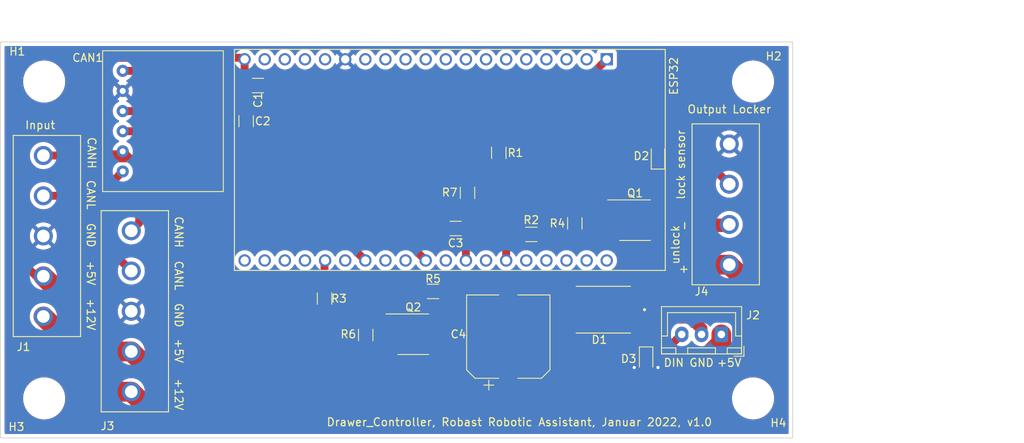
<source format=kicad_pcb>
(kicad_pcb (version 20211014) (generator pcbnew)
  (layers (0 "F.Cu" signal) (31 "B.Cu" signal) (34 "B.Paste" user) (35 "F.Paste" user) (36 "B.SilkS" user "B.Silkscreen") (37 "F.SilkS" user "F.Silkscreen") (38 "B.Mask" user) (39 "F.Mask" user) (44 "Edge.Cuts" user))
  (net 0 "")
  (net 1 "+5V")
  (net 2 "GND")
  (net 3 "Net-(CAN1-Pad3)")
  (net 4 "Net-(CAN1-Pad4)")
  (net 5 "CANH")
  (net 6 "CANL")
  (net 7 "+3V3")
  (net 8 "Net-(D1-PadA)")
  (net 9 "+12V")
  (net 10 "Net-(Q1-Pad4)")
  (net 40 "Net-(R2-Pad1)")
  (net 41 "Net-(C3-Pad1)")
  (net 42 "Net-(D2-Pad1)")
  (net 43 "Net-(D3-Pad1)")
  (net 44 "Net-(J2-Pad2)")
  (net 45 "Net-(R3-Pad1)")
  (net 46 "Net-(Q2-Pad4)")
  (net 47 "Net-(R5-Pad1)")
  (footprint "Resistor_SMD:R_1206_3216Metric_Pad1.30x1.75mm_HandSolder" (layer "F.Cu") (at 148.6 137 90)
    (fp_text reference "R6" (at 0.1 -2.2 180) (layer "F.SilkS"))
    (fp_text value "100k")
    (fp_line (start -0.727064 0.91) (end 0.727064 0.91) (layer "F.SilkS") (width 0.12))
    (fp_line (start -0.727064 -0.91) (end 0.727064 -0.91) (layer "F.SilkS") (width 0.12))
    (pad "1" smd roundrect (at -1.55 0 90) (size 1.3 1.75) (layers "F.Cu" "F.Paste" "F.Mask") (roundrect_rratio 0.192308) (net 46 "Net-(Q2-Pad4)"))
    (pad "2" smd roundrect (at 1.55 0 90) (size 1.3 1.75) (layers "F.Cu" "F.Paste" "F.Mask") (roundrect_rratio 0.192308) (net 2 "GND"))
  )
  (footprint "Package_SO:SOIC-8_3.9x4.9mm_P1.27mm" (layer "F.Cu") (at 182.6 122.5)
    (fp_text reference "Q1" (at 0 -3.4) (layer "F.SilkS"))
    (fp_text value "IRF7401")
    (fp_line (start 0 2.56) (end -1.95 2.56) (layer "F.SilkS") (width 0.12))
    (fp_line (start 0 -2.56) (end 1.95 -2.56) (layer "F.SilkS") (width 0.12))
    (fp_line (start 0 -2.56) (end -3.45 -2.56) (layer "F.SilkS") (width 0.12))
    (fp_line (start 0 2.56) (end 1.95 2.56) (layer "F.SilkS") (width 0.12))
    (pad "1" smd roundrect (at -2.475 -1.905) (size 1.95 0.6) (layers "F.Cu" "F.Paste" "F.Mask") (net 2 "GND"))
    (pad "2" smd roundrect (at -2.475 -0.635) (size 1.95 0.6) (layers "F.Cu" "F.Paste" "F.Mask") (net 2 "GND"))
    (pad "3" smd roundrect (at -2.475 0.635) (size 1.95 0.6) (layers "F.Cu" "F.Paste" "F.Mask") (net 2 "GND"))
    (pad "4" smd roundrect (at -2.475 1.905) (size 1.95 0.6) (layers "F.Cu" "F.Paste" "F.Mask") (net 10 "Net-(Q1-Pad4)"))
    (pad "5" smd roundrect (at 2.475 1.905) (size 1.95 0.6) (layers "F.Cu" "F.Paste" "F.Mask") (net 8 "Net-(D1-PadA)"))
    (pad "6" smd roundrect (at 2.475 0.635) (size 1.95 0.6) (layers "F.Cu" "F.Paste" "F.Mask") (net 8 "Net-(D1-PadA)"))
    (pad "7" smd roundrect (at 2.475 -0.635) (size 1.95 0.6) (layers "F.Cu" "F.Paste" "F.Mask") (net 8 "Net-(D1-PadA)"))
    (pad "8" smd roundrect (at 2.475 -1.905) (size 1.95 0.6) (layers "F.Cu" "F.Paste" "F.Mask") (net 8 "Net-(D1-PadA)"))
  )
  (footprint "5 Position Terminal Block Header, Male, vertical:phoenix_5Pin_TerminalBlockHeader_male_vertical" (layer "F.Cu") (at 107.9 124.5 90)
    (fp_text reference "J1" (at -14 -2.5 180) (layer "F.SilkS"))
    (fp_text value "691311500005")
    (fp_line (start -12.7 4.7) (end 12.7 4.7) (layer "F.SilkS") (width 0.127))
    (fp_line (start 12.7 4.7) (end 12.7 -3.8) (layer "F.SilkS") (width 0.127))
    (fp_line (start 12.7 -3.8) (end -12.7 -3.8) (layer "F.SilkS") (width 0.127))
    (fp_line (start -12.7 -3.8) (end -12.7 4.7) (layer "F.SilkS") (width 0.127))
    (pad "1" thru_hole circle locked (at -10.16 0 90) (size 2.4 2.4) (drill 1.6) (layers *.Cu *.Mask) (net 9 "+12V"))
    (pad "2" thru_hole circle locked (at -5.08 0 90) (size 2.4 2.4) (drill 1.6) (layers *.Cu *.Mask) (net 1 "+5V"))
    (pad "3" thru_hole circle locked (at 0 0 90) (size 2.4 2.4) (drill 1.6) (layers *.Cu *.Mask) (net 2 "GND"))
    (pad "4" thru_hole circle locked (at 5.08 0 90) (size 2.4 2.4) (drill 1.6) (layers *.Cu *.Mask) (net 6 "CANL"))
    (pad "5" thru_hole circle locked (at 10.16 0 90) (size 2.4 2.4) (drill 1.6) (layers *.Cu *.Mask) (net 5 "CANH"))
  )
  (footprint "SN65HVD230_Module:SN65HSV230_Module" (layer "F.Cu") (at 117.92 103.65 -90)
    (fp_text reference "CAN1" (at -1.65 4.42 unlocked) (layer "F.SilkS"))
    (fp_text value "SN65HVD230_Module")
    (fp_rect (start -2.54 2.54) (end 15.24 -12.7) (layer "F.SilkS") (width 0.12) (fill none))
    (pad "1" thru_hole circle (at 0 0 270) (size 1.524 1.524) (drill 0.762) (layers *.Cu *.Mask) (net 7 "+3V3"))
    (pad "2" thru_hole circle (at 2.54 0 270) (size 1.524 1.524) (drill 0.762) (layers *.Cu *.Mask) (net 2 "GND"))
    (pad "3" thru_hole circle (at 5.08 0 270) (size 1.524 1.524) (drill 0.762) (layers *.Cu *.Mask) (net 3 "Net-(CAN1-Pad3)"))
    (pad "4" thru_hole circle (at 7.62 0 270) (size 1.524 1.524) (drill 0.762) (layers *.Cu *.Mask) (net 4 "Net-(CAN1-Pad4)"))
    (pad "5" thru_hole circle (at 10.16 0 270) (size 1.524 1.524) (drill 0.762) (layers *.Cu *.Mask) (net 5 "CANH"))
    (pad "6" thru_hole circle (at 12.7 0 270) (size 1.524 1.524) (drill 0.762) (layers *.Cu *.Mask) (net 6 "CANL"))
  )
  (footprint "Resistor_SMD:R_1206_3216Metric_Pad1.30x1.75mm_HandSolder" (layer "F.Cu") (at 169.5 124.3)
    (fp_text reference "R2" (at 0 -1.82) (layer "F.SilkS"))
    (fp_text value "100")
    (fp_line (start -0.727064 0.91) (end 0.727064 0.91) (layer "F.SilkS") (width 0.12))
    (fp_line (start -0.727064 -0.91) (end 0.727064 -0.91) (layer "F.SilkS") (width 0.12))
    (pad "1" smd roundrect (at -1.55 0) (size 1.3 1.75) (layers "F.Cu" "F.Paste" "F.Mask") (roundrect_rratio 0.192308) (net 40 "Net-(R2-Pad1)"))
    (pad "2" smd roundrect (at 1.55 0) (size 1.3 1.75) (layers "F.Cu" "F.Paste" "F.Mask") (roundrect_rratio 0.192308) (net 10 "Net-(Q1-Pad4)"))
  )
  (footprint "Package_SO:SOIC-8_3.9x4.9mm_P1.27mm" (layer "F.Cu") (at 154.6 136.9)
    (fp_text reference "Q2" (at 0 -3.4) (layer "F.SilkS"))
    (fp_text value "IRF7401")
    (fp_line (start 0 -2.56) (end 1.95 -2.56) (layer "F.SilkS") (width 0.12))
    (fp_line (start 0 2.56) (end -1.95 2.56) (layer "F.SilkS") (width 0.12))
    (fp_line (start 0 2.56) (end 1.95 2.56) (layer "F.SilkS") (width 0.12))
    (fp_line (start 0 -2.56) (end -3.45 -2.56) (layer "F.SilkS") (width 0.12))
    (pad "1" smd roundrect (at -2.475 -1.905) (size 1.95 0.6) (layers "F.Cu" "F.Paste" "F.Mask") (net 2 "GND"))
    (pad "2" smd roundrect (at -2.475 -0.635) (size 1.95 0.6) (layers "F.Cu" "F.Paste" "F.Mask") (net 2 "GND"))
    (pad "3" smd roundrect (at -2.475 0.635) (size 1.95 0.6) (layers "F.Cu" "F.Paste" "F.Mask") (net 2 "GND"))
    (pad "4" smd roundrect (at -2.475 1.905) (size 1.95 0.6) (layers "F.Cu" "F.Paste" "F.Mask") (net 46 "Net-(Q2-Pad4)"))
    (pad "5" smd roundrect (at 2.475 1.905) (size 1.95 0.6) (layers "F.Cu" "F.Paste" "F.Mask") (net 44 "Net-(J2-Pad2)"))
    (pad "6" smd roundrect (at 2.475 0.635) (size 1.95 0.6) (layers "F.Cu" "F.Paste" "F.Mask") (net 44 "Net-(J2-Pad2)"))
    (pad "7" smd roundrect (at 2.475 -0.635) (size 1.95 0.6) (layers "F.Cu" "F.Paste" "F.Mask") (net 44 "Net-(J2-Pad2)"))
    (pad "8" smd roundrect (at 2.475 -1.905) (size 1.95 0.6) (layers "F.Cu" "F.Paste" "F.Mask") (net 44 "Net-(J2-Pad2)"))
  )
  (footprint "Resistor_SMD:R_1206_3216Metric_Pad1.30x1.75mm_HandSolder" (layer "F.Cu") (at 143.4 132.4 -90)
    (fp_text reference "R3" (at 0 -1.82 180) (layer "F.SilkS"))
    (fp_text value "470")
    (fp_line (start -0.727064 0.91) (end 0.727064 0.91) (layer "F.SilkS") (width 0.12))
    (fp_line (start -0.727064 -0.91) (end 0.727064 -0.91) (layer "F.SilkS") (width 0.12))
    (pad "1" smd roundrect (at -1.55 0 270) (size 1.3 1.75) (layers "F.Cu" "F.Paste" "F.Mask") (roundrect_rratio 0.192308) (net 45 "Net-(R3-Pad1)"))
    (pad "2" smd roundrect (at 1.55 0 270) (size 1.3 1.75) (layers "F.Cu" "F.Paste" "F.Mask") (roundrect_rratio 0.192308) (net 43 "Net-(D3-Pad1)"))
  )
  (footprint "MountingHole:MountingHole_4.3mm_M4_ISO7380" (layer "F.Cu") (at 197.5 145)
    (fp_text reference "H4" (at 3.2 3.1) (layer "F.SilkS"))
    (fp_text value "MountingHole")
    (pad "" np_thru_hole circle (at 0 0) (size 4.3 4.3) (drill 4.3) (layers *.Cu *.Mask))
  )
  (footprint "Diode_SMD:D_SOD-323" (layer "F.Cu") (at 185.5 114.55 90)
    (fp_text reference "D2" (at 0.15 -2.1 180) (layer "F.SilkS"))
    (fp_text value "PESD 12VL1BA")
    (fp_line (start -1.5 -0.85) (end -1.5 0.85) (layer "F.SilkS") (width 0.12))
    (fp_line (start -1.5 -0.85) (end 1.05 -0.85) (layer "F.SilkS") (width 0.12))
    (fp_line (start -1.5 0.85) (end 1.05 0.85) (layer "F.SilkS") (width 0.12))
    (pad "1" smd rect (at -1.05 0 90) (size 0.6 0.45) (layers "F.Cu" "F.Paste" "F.Mask") (net 42 "Net-(D2-Pad1)"))
    (pad "2" smd rect (at 1.05 0 90) (size 0.6 0.45) (layers "F.Cu" "F.Paste" "F.Mask") (net 2 "GND"))
  )
  (footprint "Resistor_SMD:R_1206_3216Metric_Pad1.30x1.75mm_HandSolder" (layer "F.Cu") (at 157.1 131.5 180)
    (fp_text reference "R5" (at 0 1.6) (layer "F.SilkS"))
    (fp_text value "1k")
    (fp_line (start -0.727064 0.91) (end 0.727064 0.91) (layer "F.SilkS") (width 0.12))
    (fp_line (start -0.727064 -0.91) (end 0.727064 -0.91) (layer "F.SilkS") (width 0.12))
    (pad "1" smd roundrect (at -1.55 0 180) (size 1.3 1.75) (layers "F.Cu" "F.Paste" "F.Mask") (roundrect_rratio 0.192308) (net 47 "Net-(R5-Pad1)"))
    (pad "2" smd roundrect (at 1.55 0 180) (size 1.3 1.75) (layers "F.Cu" "F.Paste" "F.Mask") (roundrect_rratio 0.192308) (net 46 "Net-(Q2-Pad4)"))
  )
  (footprint "Capacitor_SMD:C_1206_3216Metric_Pad1.33x1.80mm_HandSolder" (layer "F.Cu") (at 135 105.5 180)
    (fp_text reference "C1" (at 0 -1.85 90) (layer "F.SilkS"))
    (fp_text value "10uF")
    (fp_line (start -0.711252 0.91) (end 0.711252 0.91) (layer "F.SilkS") (width 0.12))
    (fp_line (start -0.711252 -0.91) (end 0.711252 -0.91) (layer "F.SilkS") (width 0.12))
    (pad "1" smd roundrect (at -1.5625 0 180) (size 1.325 1.8) (layers "F.Cu" "F.Paste" "F.Mask") (roundrect_rratio 0.188679) (net 2 "GND"))
    (pad "2" smd roundrect (at 1.5625 0 180) (size 1.325 1.8) (layers "F.Cu" "F.Paste" "F.Mask") (roundrect_rratio 0.188679) (net 1 "+5V"))
  )
  (footprint "5 Position Terminal Block Header, Male, vertical:phoenix_5Pin_TerminalBlockHeader_male_vertical" (layer "F.Cu") (at 119 134 90)
    (fp_text reference "J3" (at -14.5 -3 180) (layer "F.SilkS"))
    (fp_text value "691311500005")
    (fp_line (start 12.7 4.7) (end 12.7 -3.8) (layer "F.SilkS") (width 0.127))
    (fp_line (start -12.7 4.7) (end 12.7 4.7) (layer "F.SilkS") (width 0.127))
    (fp_line (start -12.7 -3.8) (end -12.7 4.7) (layer "F.SilkS") (width 0.127))
    (fp_line (start 12.7 -3.8) (end -12.7 -3.8) (layer "F.SilkS") (width 0.127))
    (pad "1" thru_hole circle locked (at -10.16 0 90) (size 2.4 2.4) (drill 1.6) (layers *.Cu *.Mask) (net 9 "+12V"))
    (pad "2" thru_hole circle locked (at -5.08 0 90) (size 2.4 2.4) (drill 1.6) (layers *.Cu *.Mask) (net 1 "+5V"))
    (pad "3" thru_hole circle locked (at 0 0 90) (size 2.4 2.4) (drill 1.6) (layers *.Cu *.Mask) (net 2 "GND"))
    (pad "4" thru_hole circle locked (at 5.08 0 90) (size 2.4 2.4) (drill 1.6) (layers *.Cu *.Mask) (net 6 "CANL"))
    (pad "5" thru_hole circle locked (at 10.16 0 90) (size 2.4 2.4) (drill 1.6) (layers *.Cu *.Mask) (net 5 "CANH"))
  )
  (footprint "Capacitor_SMD:CP_Elec_10x12.6" (layer "F.Cu") (at 166.6 137.2 90)
    (fp_text reference "C4" (at 0.3 -6.3 180) (layer "F.SilkS"))
    (fp_text value "1000uF EEEFK1E102AQ")
    (fp_line (start -6.125 -3.085) (end -6.125 -1.835) (layer "F.SilkS") (width 0.12))
    (fp_line (start 5.26 5.26) (end 5.26 1.21) (layer "F.SilkS") (width 0.12))
    (fp_line (start -4.195563 5.26) (end 5.26 5.26) (layer "F.SilkS") (width 0.12))
    (fp_line (start 5.26 -5.26) (end 5.26 -1.21) (layer "F.SilkS") (width 0.12))
    (fp_line (start -5.26 -4.195563) (end -4.195563 -5.26) (layer "F.SilkS") (width 0.12))
    (fp_line (start -5.26 4.195563) (end -4.195563 5.26) (layer "F.SilkS") (width 0.12))
    (fp_line (start -5.26 -4.195563) (end -5.26 -1.21) (layer "F.SilkS") (width 0.12))
    (fp_line (start -6.75 -2.46) (end -5.5 -2.46) (layer "F.SilkS") (width 0.12))
    (fp_line (start -4.195563 -5.26) (end 5.26 -5.26) (layer "F.SilkS") (width 0.12))
    (fp_line (start -5.26 4.195563) (end -5.26 1.21) (layer "F.SilkS") (width 0.12))
    (pad "1" smd roundrect (at -4.35 0 90) (size 4.4 1.9) (layers "F.Cu" "F.Paste" "F.Mask") (roundrect_rratio 0.131579) (net 1 "+5V"))
    (pad "2" smd roundrect (at 4.35 0 90) (size 4.4 1.9) (layers "F.Cu" "F.Paste" "F.Mask") (roundrect_rratio 0.131579) (net 2 "GND"))
  )
  (footprint "MountingHole:MountingHole_4.3mm_M4_ISO7380" (layer "F.Cu") (at 108 105)
    (fp_text reference "H1" (at -3.4 -3.8) (layer "F.SilkS"))
    (fp_text value "MountingHole")
    (pad "" np_thru_hole circle (at 0 0) (size 4.3 4.3) (drill 4.3) (layers *.Cu *.Mask))
  )
  (footprint "MountingHole:MountingHole_4.3mm_M4_ISO7380" (layer "F.Cu") (at 197.5 105)
    (fp_text reference "H2" (at 2.6 -3.2) (layer "F.SilkS"))
    (fp_text value "MountingHole")
    (pad "" np_thru_hole circle (at 0 0) (size 4.3 4.3) (drill 4.3) (layers *.Cu *.Mask))
  )
  (footprint "Resistor_SMD:R_1206_3216Metric_Pad1.30x1.75mm_HandSolder" (layer "F.Cu") (at 175 122.9 90)
    (fp_text reference "R4" (at 0 -2.2 180) (layer "F.SilkS"))
    (fp_text value "10k")
    (fp_line (start -0.727064 0.91) (end 0.727064 0.91) (layer "F.SilkS") (width 0.12))
    (fp_line (start -0.727064 -0.91) (end 0.727064 -0.91) (layer "F.SilkS") (width 0.12))
    (pad "1" smd roundrect (at -1.55 0 90) (size 1.3 1.75) (layers "F.Cu" "F.Paste" "F.Mask") (roundrect_rratio 0.192308) (net 10 "Net-(Q1-Pad4)"))
    (pad "2" smd roundrect (at 1.55 0 90) (size 1.3 1.75) (layers "F.Cu" "F.Paste" "F.Mask") (roundrect_rratio 0.192308) (net 2 "GND"))
  )
  (footprint "MountingHole:MountingHole_4.3mm_M4_ISO7380" (layer "F.Cu") (at 108 145)
    (fp_text reference "H3" (at -3.5 3.6) (layer "F.SilkS"))
    (fp_text value "MountingHole")
    (pad "" np_thru_hole circle (at 0 0) (size 4.3 4.3) (drill 4.3) (layers *.Cu *.Mask))
  )
  (footprint "Diode_SMD:D_SOD-323" (layer "F.Cu") (at 184 140 -90)
    (fp_text reference "D3" (at 0 2.2 180) (layer "F.SilkS"))
    (fp_text value "PESD 12VL1BA")
    (fp_line (start -1.5 0.85) (end 1.05 0.85) (layer "F.SilkS") (width 0.12))
    (fp_line (start -1.5 -0.85) (end -1.5 0.85) (layer "F.SilkS") (width 0.12))
    (fp_line (start -1.5 -0.85) (end 1.05 -0.85) (layer "F.SilkS") (width 0.12))
    (pad "1" smd rect (at -1.05 0 270) (size 0.6 0.45) (layers "F.Cu" "F.Paste" "F.Mask") (net 43 "Net-(D3-Pad1)"))
    (pad "2" smd rect (at 1.05 0 270) (size 0.6 0.45) (layers "F.Cu" "F.Paste" "F.Mask") (net 2 "GND"))
  )
  (footprint "Capacitor_SMD:C_1206_3216Metric_Pad1.33x1.80mm_HandSolder" (layer "F.Cu") (at 133.5 110 -90)
    (fp_text reference "C2" (at 0 -2.1) (layer "F.SilkS"))
    (fp_text value "10uF")
    (fp_line (start -0.711252 -0.91) (end 0.711252 -0.91) (layer "F.SilkS") (width 0.12))
    (fp_line (start -0.711252 0.91) (end 0.711252 0.91) (layer "F.SilkS") (width 0.12))
    (pad "1" smd roundrect (at -1.5625 0 270) (size 1.325 1.8) (layers "F.Cu" "F.Paste" "F.Mask") (roundrect_rratio 0.188679) (net 7 "+3V3"))
    (pad "2" smd roundrect (at 1.5625 0 270) (size 1.325 1.8) (layers "F.Cu" "F.Paste" "F.Mask") (roundrect_rratio 0.188679) (net 2 "GND"))
  )
  (footprint "ESP32 DevKit:MODULE_ESP32-DEVKITC-32D" (layer "F.Cu") (at 159.27 114.89 -90)
    (fp_text reference "U1" hide)
    (fp_text value "ESP32-DEVKITC-32D")
    (fp_line (start 13.95 -27.15) (end 13.95 27.25) (layer "F.SilkS") (width 0.127))
    (fp_line (start 13.95 27.25) (end -13.95 27.25) (layer "F.SilkS") (width 0.127))
    (fp_line (start -13.95 27.25) (end -13.95 -27.15) (layer "F.SilkS") (width 0.127))
    (fp_line (start -13.95 -27.15) (end 13.95 -27.15) (layer "F.SilkS") (width 0.127))
    (pad "1" thru_hole rect locked (at -12.7 -19.76 270) (size 1.56 1.56) (drill 1.04) (layers *.Cu *.Mask) (net 7 "+3V3"))
    (pad "2" thru_hole circle locked (at -12.7 -17.22 270) (size 1.56 1.56) (drill 1.04) (layers *.Cu *.Mask))
    (pad "3" thru_hole circle locked (at -12.7 -14.68 270) (size 1.56 1.56) (drill 1.04) (layers *.Cu *.Mask))
    (pad "4" thru_hole circle locked (at -12.7 -12.14 270) (size 1.56 1.56) (drill 1.04) (layers *.Cu *.Mask))
    (pad "5" thru_hole circle locked (at -12.7 -9.6 270) (size 1.56 1.56) (drill 1.04) (layers *.Cu *.Mask))
    (pad "6" thru_hole circle locked (at -12.7 -7.06 270) (size 1.56 1.56) (drill 1.04) (layers *.Cu *.Mask))
    (pad "7" thru_hole circle locked (at -12.7 -4.52 270) (size 1.56 1.56) (drill 1.04) (layers *.Cu *.Mask))
    (pad "8" thru_hole circle locked (at -12.7 -1.98 270) (size 1.56 1.56) (drill 1.04) (layers *.Cu *.Mask))
    (pad "9" thru_hole circle locked (at -12.7 0.56 270) (size 1.56 1.56) (drill 1.04) (layers *.Cu *.Mask))
    (pad "10" thru_hole circle locked (at -12.7 3.1 270) (size 1.56 1.56) (drill 1.04) (layers *.Cu *.Mask))
    (pad "11" thru_hole circle locked (at -12.7 5.64 270) (size 1.56 1.56) (drill 1.04) (layers *.Cu *.Mask))
    (pad "12" thru_hole circle locked (at -12.7 8.18 270) (size 1.56 1.56) (drill 1.04) (layers *.Cu *.Mask))
    (pad "13" thru_hole circle locked (at -12.7 10.72 270) (size 1.56 1.56) (drill 1.04) (layers *.Cu *.Mask))
    (pad "14" thru_hole circle locked (at -12.7 13.26 270) (size 1.56 1.56) (drill 1.04) (layers *.Cu *.Mask) (net 2 "GND"))
    (pad "15" thru_hole circle locked (at -12.7 15.8 270) (size 1.56 1.56) (drill 1.04) (layers *.Cu *.Mask))
    (pad "16" thru_hole circle locked (at -12.7 18.34 270) (size 1.56 1.56) (drill 1.04) (layers *.Cu *.Mask))
    (pad "17" thru_hole circle locked (at -12.7 20.88 270) (size 1.56 1.56) (drill 1.04) (layers *.Cu *.Mask))
    (pad "18" thru_hole circle locked (at -12.7 23.42 270) (size 1.56 1.56) (drill 1.04) (layers *.Cu *.Mask))
    (pad "19" thru_hole circle locked (at -12.7 25.96 270) (size 1.56 1.56) (drill 1.04) (layers *.Cu *.Mask) (net 1 "+5V"))
    (pad "20" thru_hole circle locked (at 12.7 -19.76 270) (size 1.56 1.56) (drill 1.04) (layers *.Cu *.Mask))
    (pad "21" thru_hole circle locked (at 12.7 -17.22 270) (size 1.56 1.56) (drill 1.04) (layers *.Cu *.Mask))
    (pad "22" thru_hole circle locked (at 12.7 -14.68 270) (size 1.56 1.56) (drill 1.04) (layers *.Cu *.Mask))
    (pad "23" thru_hole circle locked (at 12.7 -12.14 270) (size 1.56 1.56) (drill 1.04) (layers *.Cu *.Mask))
    (pad "24" thru_hole circle locked (at 12.7 -9.6 270) (size 1.56 1.56) (drill 1.04) (layers *.Cu *.Mask))
    (pad "25" thru_hole circle locked (at 12.7 -7.06 270) (size 1.56 1.56) (drill 1.04) (layers *.Cu *.Mask) (net 40 "Net-(R2-Pad1)"))
    (pad "26" thru_hole circle locked (at 12.7 -4.52 270) (size 1.56 1.56) (drill 1.04) (layers *.Cu *.Mask))
    (pad "27" thru_hole circle locked (at 12.7 -1.98 270) (size 1.56 1.56) (drill 1.04) (layers *.Cu *.Mask) (net 41 "Net-(C3-Pad1)"))
    (pad "28" thru_hole circle locked (at 12.7 0.56 270) (size 1.56 1.56) (drill 1.04) (layers *.Cu *.Mask) (net 47 "Net-(R5-Pad1)"))
    (pad "29" thru_hole circle locked (at 12.7 3.1 270) (size 1.56 1.56) (drill 1.04) (layers *.Cu *.Mask) (net 3 "Net-(CAN1-Pad3)"))
    (pad "30" thru_hole circle locked (at 12.7 5.64 270) (size 1.56 1.56) (drill 1.04) (layers *.Cu *.Mask))
    (pad "31" thru_hole circle locked (at 12.7 8.18 270) (size 1.56 1.56) (drill 1.04) (layers *.Cu *.Mask))
    (pad "32" thru_hole circle locked (at 12.7 10.72 270) (size 1.56 1.56) (drill 1.04) (layers *.Cu *.Mask) (net 4 "Net-(CAN1-Pad4)"))
    (pad "33" thru_hole circle locked (at 12.7 13.26 270) (size 1.56 1.56) (drill 1.04) (layers *.Cu *.Mask))
    (pad "34" thru_hole circle locked (at 12.7 15.8 270) (size 1.56 1.56) (drill 1.04) (layers *.Cu *.Mask) (net 45 "Net-(R3-Pad1)"))
    (pad "35" thru_hole circle locked (at 12.7 18.34 270) (size 1.56 1.56) (drill 1.04) (layers *.Cu *.Mask))
    (pad "36" thru_hole circle locked (at 12.7 20.88 270) (size 1.56 1.56) (drill 1.04) (layers *.Cu *.Mask))
    (pad "37" thru_hole circle locked (at 12.7 23.42 270) (size 1.56 1.56) (drill 1.04) (layers *.Cu *.Mask))
    (pad "38" thru_hole circle locked (at 12.7 25.96 270) (size 1.56 1.56) (drill 1.04) (layers *.Cu *.Mask))
  )
  (footprint "Connector_JST:JST_XH_B3B-XH-A_1x03_P2.50mm_Vertical" (layer "F.Cu") (at 193.5 136.925 180)
    (fp_text reference "J2" (at -4 2.425 180) (layer "F.SilkS"))
    (fp_text value "Conn_01x03_Female_LED_Strip")
    (fp_line (start 7.55 -1.7) (end 7.55 -2.45) (layer "F.SilkS") (width 0.12))
    (fp_line (start 6.8 2.75) (end 2.5 2.75) (layer "F.SilkS") (width 0.12))
    (fp_line (start -2.85 -2.75) (end -2.85 -1.5) (layer "F.SilkS") (width 0.12))
    (fp_line (start -0.75 -2.45) (end -2.55 -2.45) (layer "F.SilkS") (width 0.12))
    (fp_line (start -1.8 -0.2) (end -1.8 2.75) (layer "F.SilkS") (width 0.12))
    (fp_line (start 0.75 -2.45) (end 0.75 -1.7) (layer "F.SilkS") (width 0.12))
    (fp_line (start 4.25 -1.7) (end 4.25 -2.45) (layer "F.SilkS") (width 0.12))
    (fp_line (start 4.25 -2.45) (end 0.75 -2.45) (layer "F.SilkS") (width 0.12))
    (fp_line (start 0.75 -1.7) (end 4.25 -1.7) (layer "F.SilkS") (width 0.12))
    (fp_line (start -2.56 3.51) (end 7.56 3.51) (layer "F.SilkS") (width 0.12))
    (fp_line (start 6.8 -0.2) (end 6.8 2.75) (layer "F.SilkS") (width 0.12))
    (fp_line (start 7.56 -2.46) (end -2.56 -2.46) (layer "F.SilkS") (width 0.12))
    (fp_line (start 7.55 -0.2) (end 6.8 -0.2) (layer "F.SilkS") (width 0.12))
    (fp_line (start 5.75 -1.7) (end 7.55 -1.7) (layer "F.SilkS") (width 0.12))
    (fp_line (start -1.8 2.75) (end 2.5 2.75) (layer "F.SilkS") (width 0.12))
    (fp_line (start -0.75 -1.7) (end -0.75 -2.45) (layer "F.SilkS") (width 0.12))
    (fp_line (start 7.55 -2.45) (end 5.75 -2.45) (layer "F.SilkS") (width 0.12))
    (fp_line (start -2.55 -1.7) (end -0.75 -1.7) (layer "F.SilkS") (width 0.12))
    (fp_line (start 5.75 -2.45) (end 5.75 -1.7) (layer "F.SilkS") (width 0.12))
    (fp_line (start -2.55 -2.45) (end -2.55 -1.7) (layer "F.SilkS") (width 0.12))
    (fp_line (start -2.55 -0.2) (end -1.8 -0.2) (layer "F.SilkS") (width 0.12))
    (fp_line (start -1.6 -2.75) (end -2.85 -2.75) (layer "F.SilkS") (width 0.12))
    (fp_line (start -2.56 -2.46) (end -2.56 3.51) (layer "F.SilkS") (width 0.12))
    (fp_line (start 7.56 3.51) (end 7.56 -2.46) (layer "F.SilkS") (width 0.12))
    (pad "1" thru_hole roundrect (at 0 0 180) (size 1.7 1.95) (drill 0.95) (layers *.Cu *.Mask) (roundrect_rratio 0.147059) (net 1 "+5V"))
    (pad "2" thru_hole oval (at 2.5 0 180) (size 1.7 1.95) (drill 0.95) (layers *.Cu *.Mask) (net 44 "Net-(J2-Pad2)"))
    (pad "3" thru_hole oval (at 5 0 180) (size 1.7 1.95) (drill 0.95) (layers *.Cu *.Mask) (net 43 "Net-(D3-Pad1)"))
  )
  (footprint "4 Position Terminal Block Header, Male, vertical:phoenix_4Pin_TerminalBlockHeader_male_vertical" (layer "F.Cu") (at 194.5 120.5 -90)
    (fp_text reference "J4" (at 11 3.5 180) (layer "F.SilkS"))
    (fp_text value "691311500004")
    (fp_line (start 10.16 -3.8) (end -10.16 -3.8) (layer "F.SilkS") (width 0.127))
    (fp_line (start 10.16 4.7) (end 10.16 -3.8) (layer "F.SilkS") (width 0.127))
    (fp_line (start -10.16 4.7) (end 10.16 4.7) (layer "F.SilkS") (width 0.127))
    (fp_line (start -10.16 -3.8) (end -10.16 4.7) (layer "F.SilkS") (width 0.127))
    (pad "1" thru_hole circle locked (at -7.62 0 270) (size 2.4 2.4) (drill 1.6) (layers *.Cu *.Mask) (net 2 "GND"))
    (pad "2" thru_hole circle locked (at -2.54 0 270) (size 2.4 2.4) (drill 1.6) (layers *.Cu *.Mask) (net 42 "Net-(D2-Pad1)"))
    (pad "3" thru_hole circle locked (at 2.54 0 270) (size 2.4 2.4) (drill 1.6) (layers *.Cu *.Mask) (net 8 "Net-(D1-PadA)"))
    (pad "4" thru_hole circle locked (at 7.62 0 270) (size 2.4 2.4) (drill 1.6) (layers *.Cu *.Mask) (net 9 "+12V"))
  )
  (footprint "Resistor_SMD:R_1206_3216Metric_Pad1.30x1.75mm_HandSolder" (layer "F.Cu") (at 161.45 119.05 90)
    (fp_text reference "R7" (at 0.05 -2.25 180) (layer "F.SilkS"))
    (fp_text value "10k")
    (fp_line (start -0.727064 0.91) (end 0.727064 0.91) (layer "F.SilkS") (width 0.12))
    (fp_line (start -0.727064 -0.91) (end 0.727064 -0.91) (layer "F.SilkS") (width 0.12))
    (pad "1" smd roundrect (at -1.55 0 90) (size 1.3 1.75) (layers "F.Cu" "F.Paste" "F.Mask") (roundrect_rratio 0.192308) (net 41 "Net-(C3-Pad1)"))
    (pad "2" smd roundrect (at 1.55 0 90) (size 1.3 1.75) (layers "F.Cu" "F.Paste" "F.Mask") (roundrect_rratio 0.192308) (net 42 "Net-(D2-Pad1)"))
  )
  (footprint "Capacitor_SMD:C_1206_3216Metric_Pad1.33x1.80mm_HandSolder" (layer "F.Cu") (at 159.95 123.55 180)
    (fp_text reference "C3" (at 0 -1.85) (layer "F.SilkS"))
    (fp_text value "100nF")
    (fp_line (start -0.711252 0.91) (end 0.711252 0.91) (layer "F.SilkS") (width 0.12))
    (fp_line (start -0.711252 -0.91) (end 0.711252 -0.91) (layer "F.SilkS") (width 0.12))
    (pad "1" smd roundrect (at -1.5625 0 180) (size 1.325 1.8) (layers "F.Cu" "F.Paste" "F.Mask") (roundrect_rratio 0.188679) (net 41 "Net-(C3-Pad1)"))
    (pad "2" smd roundrect (at 1.5625 0 180) (size 1.325 1.8) (layers "F.Cu" "F.Paste" "F.Mask") (roundrect_rratio 0.188679) (net 2 "GND"))
  )
  (footprint "Resistor_SMD:R_1206_3216Metric_Pad1.30x1.75mm_HandSolder" (layer "F.Cu") (at 165.4 114 -90)
    (fp_text reference "R1" (at 0 -2.1 -180) (layer "F.SilkS"))
    (fp_text value "100k")
    (fp_line (start -0.727064 -0.91) (end 0.727064 -0.91) (layer "F.SilkS") (width 0.12))
    (fp_line (start -0.727064 0.91) (end 0.727064 0.91) (layer "F.SilkS") (width 0.12))
    (pad "1" smd roundrect (at -1.55 0 270) (size 1.3 1.75) (layers "F.Cu" "F.Paste" "F.Mask") (roundrect_rratio 0.192308) (net 7 "+3V3"))
    (pad "2" smd roundrect (at 1.55 0 270) (size 1.3 1.75) (layers "F.Cu" "F.Paste" "F.Mask") (roundrect_rratio 0.192308) (net 42 "Net-(D2-Pad1)"))
  )
  (footprint "MBRS340:DIOM7959X261N" (layer "F.Cu") (at 178.6 133.8 180)
    (fp_text reference "D1" (at 0.5 -3.8) (layer "F.SilkS"))
    (fp_text value "MBRS340")
    (fp_line (start 3.4375 -2.95) (end -3.4375 -2.95) (layer "F.SilkS") (width 0.127))
    (fp_line (start -3.4375 2.95) (end 3.4375 2.95) (layer "F.SilkS") (width 0.127))
    (fp_circle (center -5.2 0) (end -5.1 0) (layer "F.SilkS") (width 0.2) (fill none))
    (pad "A" smd rect locked (at 3.455 0 180) (size 2.25 3.12) (layers "F.Cu" "F.Paste" "F.Mask") (net 8 "Net-(D1-PadA)"))
    (pad "C" smd rect locked (at -3.455 0 180) (size 2.25 3.12) (layers "F.Cu" "F.Paste" "F.Mask") (net 9 "+12V"))
  )
  (gr_rect (start 202.5 150) (end 102.5 100) (layer "Edge.Cuts") (width 0.1) (fill none))
  (gr_text "CANH" (at 114 114 270) (layer "F.SilkS") (effects (font (size 1 1))))
  (gr_text "DIN" (at 187.5 140.5) (layer "F.SilkS") (effects (font (size 1 1))))
  (gr_text "unlock\n" (at 187.7 125.6 90) (layer "F.SilkS") (effects (font (size 1 1))))
  (gr_text "GND" (at 125 134.5 270) (layer "F.SilkS") (effects (font (size 1 1))))
  (gr_text "+5V" (at 125 139 270) (layer "F.SilkS") (effects (font (size 1 1))))
  (gr_text "+5V" (at 113.9 129.2 270) (layer "F.SilkS") (effects (font (size 1 1))))
  (gr_text "-\n" (at 188.8 123.2 90) (layer "F.SilkS") (effects (font (size 1 1))))
  (gr_text "+12V" (at 125 144.5 270) (layer "F.SilkS") (effects (font (size 1 1))))
  (gr_text "GND" (at 191 140.5) (layer "F.SilkS") (effects (font (size 1 1))))
  (gr_text "+5V" (at 194.5 140.5) (layer "F.SilkS") (effects (font (size 1 1))))
  (gr_text "CANH" (at 125 124 270) (layer "F.SilkS") (effects (font (size 1 1))))
  (gr_text "lock sensor" (at 188.4 115.5 90) (layer "F.SilkS") (effects (font (size 1 1))))
  (gr_text "+" (at 188.7 128.7 90) (layer "F.SilkS") (effects (font (size 1 1))))
  (gr_text "ESP32" (at 187.5 104.3 90) (layer "F.SilkS") (effects (font (size 1 1))))
  (gr_text "GND" (at 113.9 124.4 270) (layer "F.SilkS") (effects (font (size 1 1))))
  (gr_text "CANL" (at 125 129.5 270) (layer "F.SilkS") (effects (font (size 1 1))))
  (gr_text "Drawer_Controller, Robast Robotic Assistant, Januar 2022, v1.0\n" (at 168 148) (layer "F.SilkS") (effects (font (size 1 1))))
  (gr_text "Output Locker" (at 194.5 108.5) (layer "F.SilkS") (effects (font (size 1 1))))
  (gr_text "Input" (at 107.5 110.5) (layer "F.SilkS") (effects (font (size 1 1))))
  (gr_text "CANL" (at 113.9 119.3 270) (layer "F.SilkS") (effects (font (size 1 1))))
  (gr_text "+12V" (at 113.9 134.4 270) (layer "F.SilkS") (effects (font (size 1 1))))
  (segment (start 123.92 144) (end 119 139.08) (width 2.5) (layer "F.Cu") (net 1))
  (segment (start 193.5 138) (end 187.5 144) (width 2.5) (layer "F.Cu") (net 1))
  (segment (start 169.1 144) (end 166.3 144) (width 2.5) (layer "F.Cu") (net 1))
  (segment (start 133.12 102) (end 133.31 102.19) (width 1) (layer "F.Cu") (net 1))
  (segment (start 187.5 144) (end 169.1 144) (width 2.5) (layer "F.Cu") (net 1))
  (segment (start 166.3 144) (end 164.1 144) (width 2.5) (layer "F.Cu") (net 1))
  (segment (start 116.5 102) (end 133.12 102) (width 1) (layer "F.Cu") (net 1))
  (segment (start 166.6 141.55) (end 166.65 141.55) (width 1) (layer "F.Cu") (net 1))
  (segment (start 119 139.08) (end 117.4 139.08) (width 2.5) (layer "F.Cu") (net 1))
  (segment (start 104.5 127.08) (end 104.5 112.5) (width 1) (layer "F.Cu") (net 1))
  (segment (start 193.5 136.925) (end 193.5 138) (width 2.5) (layer "F.Cu") (net 1))
  (segment (start 104.5 112.5) (end 106.5 110.5) (width 1) (layer "F.Cu") (net 1))
  (segment (start 110.5 110.5) (end 114 107) (width 1) (layer "F.Cu") (net 1))
  (segment (start 114 107) (end 114 104.5) (width 1) (layer "F.Cu") (net 1))
  (segment (start 166.6 141.55) (end 166.55 141.55) (width 1) (layer "F.Cu") (net 1))
  (segment (start 166.6 141.55) (end 166.6 143.7) (width 1) (layer "F.Cu") (net 1))
  (segment (start 133.31 105.3725) (end 133.4375 105.5) (width 1) (layer "F.Cu") (net 1))
  (segment (start 133.31 102.19) (end 133.31 105.3725) (width 1) (layer "F.Cu") (net 1))
  (segment (start 166.6 143.7) (end 166.3 144) (width 1) (layer "F.Cu") (net 1))
  (segment (start 166.65 141.55) (end 169.1 144) (width 1) (layer "F.Cu") (net 1))
  (segment (start 117.4 139.08) (end 107.9 129.58) (width 2.5) (layer "F.Cu") (net 1))
  (segment (start 166.55 141.55) (end 164.1 144) (width 1) (layer "F.Cu") (net 1))
  (segment (start 114 104.5) (end 116.5 102) (width 1) (layer "F.Cu") (net 1))
  (segment (start 164.1 144) (end 123.92 144) (width 2.5) (layer "F.Cu") (net 1))
  (segment (start 106.5 110.5) (end 110.5 110.5) (width 1) (layer "F.Cu") (net 1))
  (segment (start 107 129.58) (end 104.5 127.08) (width 1) (layer "F.Cu") (net 1))
  (via (at 185.5 141.1) (size 0.8) (drill 0.4) (layers "F.Cu" "B.Cu") (net 2))
  (via (at 182.5 141.1) (size 0.8) (drill 0.4) (layers "F.Cu" "B.Cu") (net 2))
  (segment (start 135.5 121) (end 144.5 121) (width 1) (layer "F.Cu") (net 3))
  (segment (start 149 125.5) (end 154.08 125.5) (width 1) (layer "F.Cu") (net 3))
  (segment (start 117.92 108.73) (end 123.23 108.73) (width 1) (layer "F.Cu") (net 3))
  (segment (start 123.23 108.73) (end 135.5 121) (width 1) (layer "F.Cu") (net 3))
  (segment (start 144.5 121) (end 149 125.5) (width 1) (layer "F.Cu") (net 3))
  (segment (start 154.08 125.5) (end 156.17 127.59) (width 1) (layer "F.Cu") (net 3))
  (segment (start 117.92 111.27) (end 123.27 111.27) (width 1) (layer "F.Cu") (net 4))
  (segment (start 144 123) (end 144 123.04) (width 1) (layer "F.Cu") (net 4))
  (segment (start 135 123) (end 144 123) (width 1) (layer "F.Cu") (net 4))
  (segment (start 123.27 111.27) (end 135 123) (width 1) (layer "F.Cu") (net 4))
  (segment (start 144 123.04) (end 148.55 127.59) (width 1) (layer "F.Cu") (net 4))
  (segment (start 117.92 113.81) (end 118.805 114.695) (width 1) (layer "F.Cu") (net 5))
  (segment (start 116.18 114.18) (end 116.695 114.695) (width 1) (layer "F.Cu") (net 5))
  (segment (start 120 115.89) (end 120 122.84) (width 1) (layer "F.Cu") (net 5))
  (segment (start 120 122.84) (end 119 123.84) (width 1) (layer "F.Cu") (net 5))
  (segment (start 116.695 114.695) (end 118.805 114.695) (width 1) (layer "F.Cu") (net 5))
  (segment (start 116.02 114.34) (end 107.9 114.34) (width 1) (layer "F.Cu") (net 5))
  (segment (start 117.55 114.18) (end 117.92 113.81) (width 1) (layer "F.Cu") (net 5))
  (segment (start 118.805 114.695) (end 120 115.89) (width 1) (layer "F.Cu") (net 5))
  (segment (start 116.18 114.18) (end 117.55 114.18) (width 1) (layer "F.Cu") (net 5))
  (segment (start 116.18 114.18) (end 116.02 114.34) (width 1) (layer "F.Cu") (net 5))
  (segment (start 115.635 118.635) (end 114.85 119.42) (width 1) (layer "F.Cu") (net 6))
  (segment (start 116.5 122) (end 116.5 126.5) (width 1) (layer "F.Cu") (net 6))
  (segment (start 117.92 116.35) (end 115.635 118.635) (width 1) (layer "F.Cu") (net 6))
  (segment (start 116.58 126.5) (end 119 128.92) (width 1) (layer "F.Cu") (net 6))
  (segment (start 115.5 121) (end 116.5 122) (width 1) (layer "F.Cu") (net 6))
  (segment (start 113.92 119.42) (end 115.5 121) (width 1) (layer "F.Cu") (net 6))
  (segment (start 115.5 121) (end 115.5 118.77) (width 1) (layer "F.Cu") (net 6))
  (segment (start 116.5 126.5) (end 116.58 126.5) (width 1) (layer "F.Cu") (net 6))
  (segment (start 113.92 119.42) (end 107.9 119.42) (width 1) (layer "F.Cu") (net 6))
  (segment (start 115.5 118.77) (end 115.635 118.635) (width 1) (layer "F.Cu") (net 6))
  (segment (start 114.85 119.42) (end 113.92 119.42) (width 1) (layer "F.Cu") (net 6))
  (segment (start 166.55 107.95) (end 168.95 105.55) (width 1) (layer "F.Cu") (net 7))
  (segment (start 175.67 105.55) (end 168.95 105.55) (width 1) (layer "F.Cu") (net 7))
  (segment (start 164.9875 109.5125) (end 165.45 109.975) (width 1) (layer "F.Cu") (net 7))
  (segment (start 165.45 109.05) (end 166.55 107.95) (width 1) (layer "F.Cu") (net 7))
  (segment (start 124.15 103.65) (end 128.9375 108.4375) (width 1) (layer "F.Cu") (net 7))
  (segment (start 134.575 109.5125) (end 133.5 108.4375) (width 1) (layer "F.Cu") (net 7))
  (segment (start 165.45 109.975) (end 165.45 109.05) (width 1) (layer "F.Cu") (net 7))
  (segment (start 117.92 103.65) (end 124.15 103.65) (width 1) (layer "F.Cu") (net 7))
  (segment (start 165.4 112.45) (end 165.4 110.025) (width 1) (layer "F.Cu") (net 7))
  (segment (start 164.9875 109.5125) (end 134.575 109.5125) (width 1) (layer "F.Cu") (net 7))
  (segment (start 179.03 102.19) (end 175.67 105.55) (width 1) (layer "F.Cu") (net 7))
  (segment (start 165.4 110.025) (end 165.45 109.975) (width 1) (layer "F.Cu") (net 7))
  (segment (start 133.5 108.4375) (end 128.9375 108.4375) (width 1) (layer "F.Cu") (net 7))
  (segment (start 164.9875 109.5125) (end 166.55 107.95) (width 1) (layer "F.Cu") (net 7))
  (segment (start 186.91875 127.81875) (end 187.56875 127.16875) (width 2) (layer "F.Cu") (net 8))
  (segment (start 186.635 123.135) (end 189.11875 125.61875) (width 1.5) (layer "F.Cu") (net 8))
  (segment (start 185.075 129.6625) (end 184.3375 130.4) (width 2) (layer "F.Cu") (net 8))
  (segment (start 184.0375 130.7) (end 178.245 130.7) (width 2) (layer "F.Cu") (net 8))
  (segment (start 186.635 126.435) (end 186.865 126.435) (width 1.5) (layer "F.Cu") (net 8))
  (segment (start 185.075 120.595) (end 185.075 129.6625) (width 2) (layer "F.Cu") (net 8))
  (segment (start 187.7175 123.2375) (end 185.075 120.595) (width 2) (layer "F.Cu") (net 8))
  (segment (start 191.5 123.2375) (end 187.7175 123.2375) (width 2) (layer "F.Cu") (net 8))
  (segment (start 186.635 126.435) (end 186.635 123.135) (width 1.5) (layer "F.Cu") (net 8))
  (segment (start 190.0625 123.2375) (end 191.5 123.2375) (width 1.5) (layer "F.Cu") (net 8))
  (segment (start 184.3375 130.4) (end 186.91875 127.81875) (width 2) (layer "F.Cu") (net 8))
  (segment (start 187.56875 127.16875) (end 189.11875 125.61875) (width 2) (layer "F.Cu") (net 8))
  (segment (start 190.26 123.04) (end 190.0625 123.2375) (width 1.5) (layer "F.Cu") (net 8))
  (segment (start 189.11875 125.61875) (end 191.5 123.2375) (width 2) (layer "F.Cu") (net 8))
  (segment (start 185.075 125.975) (end 186.91875 127.81875) (width 1.5) (layer "F.Cu") (net 8))
  (segment (start 194.3025 123.2375) (end 194.5 123.04) (width 1.5) (layer "F.Cu") (net 8))
  (segment (start 191.5 123.2375) (end 194.3025 123.2375) (width 1.5) (layer "F.Cu") (net 8))
  (segment (start 186.865 126.435) (end 190.0625 123.2375) (width 1.5) (layer "F.Cu") (net 8))
  (segment (start 185.075 121.865) (end 185.075 125.975) (width 1.5) (layer "F.Cu") (net 8))
  (segment (start 186.91875 127.81875) (end 186.635 127.535) (width 1.5) (layer "F.Cu") (net 8))
  (segment (start 178.245 130.7) (end 175.145 133.8) (width 2) (layer "F.Cu") (net 8))
  (segment (start 184.3375 130.4) (end 184.0375 130.7) (width 2) (layer "F.Cu") (net 8))
  (segment (start 186.635 127.535) (end 186.635 126.435) (width 1.5) (layer "F.Cu") (net 8))
  (segment (start 194.5 123.04) (end 190.26 123.04) (width 1.5) (layer "F.Cu") (net 8))
  (segment (start 185.075 123.135) (end 186.635 123.135) (width 1.5) (layer "F.Cu") (net 8))
  (segment (start 194.5 128.12) (end 197.5 131.12) (width 2.5) (layer "F.Cu") (net 9))
  (segment (start 188.3 147.2) (end 122.04 147.2) (width 2.5) (layer "F.Cu") (net 9))
  (segment (start 182.055 133.8) (end 185 133.8) (width 2.5) (layer "F.Cu") (net 9))
  (segment (start 185 133.8) (end 190.68 128.12) (width 2.5) (layer "F.Cu") (net 9))
  (segment (start 197.5 131.12) (end 197.5 138) (width 2.5) (layer "F.Cu") (net 9))
  (segment (start 117.4 144.16) (end 107.9 134.66) (width 2.5) (layer "F.Cu") (net 9))
  (segment (start 122.04 147.2) (end 119 144.16) (width 2.5) (layer "F.Cu") (net 9))
  (segment (start 119 144.16) (end 117.4 144.16) (width 2.5) (layer "F.Cu") (net 9))
  (segment (start 197.5 138) (end 188.3 147.2) (width 2.5) (layer "F.Cu") (net 9))
  (segment (start 190.68 128.12) (end 194.5 128.12) (width 2.5) (layer "F.Cu") (net 9))
  (segment (start 171.05 124.3) (end 174.85 124.3) (width 1) (layer "F.Cu") (net 10))
  (segment (start 180.08 124.45) (end 180.125 124.405) (width 1) (layer "F.Cu") (net 10))
  (segment (start 174.85 124.3) (end 175 124.45) (width 1) (layer "F.Cu") (net 10))
  (segment (start 175 124.45) (end 180.08 124.45) (width 1) (layer "F.Cu") (net 10))
  (segment (start 166.33 127.59) (end 166.33 125.92) (width 1) (layer "F.Cu") (net 40))
  (segment (start 166.33 125.92) (end 167.95 124.3) (width 1) (layer "F.Cu") (net 40))
  (segment (start 161.25 123.8125) (end 161.5125 123.55) (width 1) (layer "F.Cu") (net 41))
  (segment (start 161.5125 123.55) (end 161.5125 120.6625) (width 1) (layer "F.Cu") (net 41))
  (segment (start 161.25 127.59) (end 161.25 123.8125) (width 1) (layer "F.Cu") (net 41))
  (segment (start 161.5125 120.6625) (end 161.45 120.6) (width 1) (layer "F.Cu") (net 41))
  (segment (start 165.4 115.55) (end 163.4 115.55) (width 1) (layer "F.Cu") (net 42))
  (segment (start 165.4 115.55) (end 165.45 115.6) (width 1) (layer "F.Cu") (net 42))
  (segment (start 192.14 115.6) (end 194.5 117.96) (width 1) (layer "F.Cu") (net 42))
  (segment (start 165.45 115.6) (end 192.14 115.6) (width 1) (layer "F.Cu") (net 42))
  (segment (start 163.4 115.55) (end 161.45 117.5) (width 1) (layer "F.Cu") (net 42))
  (segment (start 158.4 141) (end 146.2 141) (width 1) (layer "F.Cu") (net 43))
  (segment (start 146.2 141) (end 143.4 138.2) (width 1) (layer "F.Cu") (net 43))
  (segment (start 181.95 138.95) (end 181.3 138.3) (width 1) (layer "F.Cu") (net 43))
  (segment (start 184 138.95) (end 181.95 138.95) (width 1) (layer "F.Cu") (net 43))
  (segment (start 161.1 138.3) (end 158.4 141) (width 1) (layer "F.Cu") (net 43))
  (segment (start 181.3 138.3) (end 161.1 138.3) (width 1) (layer "F.Cu") (net 43))
  (segment (start 188.5 136.925) (end 188.475 136.925) (width 1) (layer "F.Cu") (net 43))
  (segment (start 143.4 138.2) (end 143.4 133.95) (width 1) (layer "F.Cu") (net 43))
  (segment (start 186.45 138.95) (end 184 138.95) (width 1) (layer "F.Cu") (net 43))
  (segment (start 188.475 136.925) (end 186.45 138.95) (width 1) (layer "F.Cu") (net 43))
  (segment (start 157.075 138.805) (end 157.495 138.805) (width 1) (layer "F.Cu") (net 44))
  (segment (start 158.25 135.55) (end 157.695 134.995) (width 1) (layer "F.Cu") (net 44))
  (segment (start 157.075 134.995) (end 157.075 138.805) (width 1) (layer "F.Cu") (net 44))
  (segment (start 157.695 134.995) (end 157.075 134.995) (width 1) (layer "F.Cu") (net 44))
  (segment (start 189.6 134.8) (end 191 136.2) (width 1.5) (layer "F.Cu") (net 44))
  (segment (start 158 138.3) (end 159.5 136.8) (width 1) (layer "F.Cu") (net 44))
  (segment (start 158 138.3) (end 158 137.4) (width 1) (layer "F.Cu") (net 44))
  (segment (start 187.4 134.8) (end 189.6 134.8) (width 1.5) (layer "F.Cu") (net 44))
  (segment (start 158 135.8) (end 158.25 135.55) (width 1) (layer "F.Cu") (net 44))
  (segment (start 157.495 138.805) (end 158 138.3) (width 1) (layer "F.Cu") (net 44))
  (segment (start 159.5 136.8) (end 159.1 136.4) (width 1) (layer "F.Cu") (net 44))
  (segment (start 185.5 136.7) (end 187.4 134.8) (width 1.5) (layer "F.Cu") (net 44))
  (segment (start 159.1 136.4) (end 158.1 136.4) (width 1) (layer "F.Cu") (net 44))
  (segment (start 159.1 136.4) (end 158.25 135.55) (width 1) (layer "F.Cu") (net 44))
  (segment (start 159 136.4) (end 159.1 136.4) (width 1) (layer "F.Cu") (net 44))
  (segment (start 158 136.5) (end 158 135.8) (width 1) (layer "F.Cu") (net 44))
  (segment (start 159.5 136.8) (end 159.6 136.7) (width 1.5) (layer "F.Cu") (net 44))
  (segment (start 158 137.4) (end 159 136.4) (width 1) (layer "F.Cu") (net 44))
  (segment (start 158.1 136.4) (end 158 136.5) (width 1) (layer "F.Cu") (net 44))
  (segment (start 158 137.4) (end 158 136.5) (width 1) (layer "F.Cu") (net 44))
  (segment (start 191 136.2) (end 191 136.925) (width 1) (layer "F.Cu") (net 44))
  (segment (start 159.6 136.7) (end 185.5 136.7) (width 1.5) (layer "F.Cu") (net 44))
  (segment (start 143.4 130.85) (end 143.4 127.66) (width 1) (layer "F.Cu") (net 45))
  (segment (start 143.4 127.66) (end 143.47 127.59) (width 1) (layer "F.Cu") (net 45))
  (segment (start 152.125 138.805) (end 148.855 138.805) (width 1) (layer "F.Cu") (net 46))
  (segment (start 155.55 131.5) (end 154.7 132.35) (width 1) (layer "F.Cu") (net 46))
  (segment (start 154.7 137.9) (end 153.795 138.805) (width 1) (layer "F.Cu") (net 46))
  (segment (start 148.855 138.805) (end 148.6 138.55) (width 1) (layer "F.Cu") (net 46))
  (segment (start 153.795 138.805) (end 152.125 138.805) (width 1) (layer "F.Cu") (net 46))
  (segment (start 154.7 132.35) (end 154.7 137.9) (width 1) (layer "F.Cu") (net 46))
  (zone (net 0) (net_name "") (layer "F.Cu") (connect_pads (clearance 0)) (min_thickness 0.254)
    (keepout (tracks allowed) (vias allowed) (pads allowed) (copperpour not_allowed) (footprints allowed))
    (fill (thermal_gap 0.508) (thermal_bridge_width 0.508))
    (polygon (pts (xy 158.2 134.2) (xy 157.2 134.3) (xy 156.1 132.5) (xy 156.5 132.3)))
  )
  (zone (net 0) (net_name "") (layer "F.Cu") (connect_pads (clearance 0)) (min_thickness 0.254)
    (keepout (tracks allowed) (vias allowed) (pads allowed) (copperpour not_allowed) (footprints allowed))
    (fill (thermal_gap 0.508) (thermal_bridge_width 0.508))
    (polygon (pts (xy 167.2 123) (xy 166.8 123.7) (xy 162.3 122.4) (xy 162.7 120.1)))
  )
  (zone (net 0) (net_name "") (layer "F.Cu") (connect_pads (clearance 0)) (min_thickness 0.254)
    (keepout (tracks allowed) (vias allowed) (pads allowed) (copperpour not_allowed) (footprints allowed))
    (fill (thermal_gap 0.508) (thermal_bridge_width 0.508))
    (polygon (pts (xy 186.9 142.4) (xy 185.5 142.4) (xy 186.3 141.1) (xy 185.3 139.8) (xy 186.9 139.8)))
  )
  (zone (net 0) (net_name "") (layer "F.Cu") (connect_pads (clearance 0)) (min_thickness 0.254)
    (keepout (tracks allowed) (vias allowed) (pads allowed) (copperpour not_allowed) (footprints allowed))
    (fill (thermal_gap 0.508) (thermal_bridge_width 0.508))
    (polygon (pts (xy 109.5 118.5) (xy 107 118.5) (xy 107 115) (xy 109 115)))
  )
  (zone (net 0) (net_name "") (layer "F.Cu") (connect_pads (clearance 0)) (min_thickness 0.254)
    (keepout (tracks allowed) (vias allowed) (pads allowed) (copperpour not_allowed) (footprints allowed))
    (fill (thermal_gap 0.508) (thermal_bridge_width 0.508))
    (polygon (pts (xy 192.909635 123.018832) (xy 195.1 127.3) (xy 193.2 126.6) (xy 192.909635 123.018832) (xy 192.9 123) (xy 192.9 122.9)))
  )
  (zone (net 0) (net_name "") (layer "F.Cu") (connect_pads (clearance 0)) (min_thickness 0.254)
    (keepout (tracks not_allowed) (vias not_allowed) (pads not_allowed) (copperpour not_allowed) (footprints allowed))
    (fill (thermal_gap 0.508) (thermal_bridge_width 0.508))
    (polygon (pts (xy 170.4 127.3) (xy 168.7 126.6) (xy 168.7 123) (xy 170.3 123)))
  )
  (zone (net 0) (net_name "") (layer "F.Cu") (connect_pads (clearance 0)) (min_thickness 0.254)
    (keepout (tracks allowed) (vias allowed) (pads allowed) (copperpour not_allowed) (footprints allowed))
    (fill (thermal_gap 0.508) (thermal_bridge_width 0.508))
    (polygon (pts (xy 134.5 105.5) (xy 135 108.5) (xy 131.5 108) (xy 132.5 105)))
  )
  (zone (net 0) (net_name "") (layer "F.Cu") (connect_pads (clearance 0)) (min_thickness 0.254)
    (keepout (tracks allowed) (vias allowed) (pads allowed) (copperpour not_allowed) (footprints allowed))
    (fill (thermal_gap 0.508) (thermal_bridge_width 0.508))
    (polygon (pts (xy 183.8 124.6) (xy 181.3 124.4) (xy 181.3 123.7) (xy 183.7 123.7)))
  )
  (zone (net 0) (net_name "") (layer "F.Cu") (connect_pads (clearance 0)) (min_thickness 0.254)
    (keepout (tracks allowed) (vias allowed) (pads allowed) (copperpour not_allowed) (footprints allowed))
    (fill (thermal_gap 0.508) (thermal_bridge_width 0.508))
    (polygon (pts (xy 133.7 126.1) (xy 132.5 128.3) (xy 120.5 128.5) (xy 118 124.3) (xy 118.8 123.1)))
  )
  (zone (net 0) (net_name "") (layer "F.Cu") (connect_pads (clearance 0)) (min_thickness 0.254)
    (keepout (tracks allowed) (vias allowed) (pads allowed) (copperpour not_allowed) (footprints allowed))
    (fill (thermal_gap 0.508) (thermal_bridge_width 0.508))
    (polygon (pts (xy 147.6 137.7) (xy 147.3 138.9) (xy 144.2 137.9) (xy 144.4 134.9)))
  )
  (zone (net 0) (net_name "") (layer "F.Cu") (connect_pads (clearance 0)) (min_thickness 0.254)
    (keepout (tracks allowed) (vias allowed) (pads allowed) (copperpour not_allowed) (footprints allowed))
    (fill (thermal_gap 0.508) (thermal_bridge_width 0.508))
    (polygon (pts (xy 146.7 142.4) (xy 134.7 142.3) (xy 142.7 138.4)))
  )
  (zone (net 0) (net_name "") (layer "F.Cu") (connect_pads (clearance 0)) (min_thickness 0.254)
    (keepout (tracks allowed) (vias allowed) (pads allowed) (copperpour not_allowed) (footprints allowed))
    (fill (thermal_gap 0.508) (thermal_bridge_width 0.508))
    (polygon (pts (xy 182.4 139.9) (xy 181.7 140.8) (xy 181.7 141.5) (xy 182.4 142.4) (xy 181 142.4) (xy 181 140.5) (xy 181.7 139.8)))
  )
  (zone (net 0) (net_name "") (layer "F.Cu") (connect_pads (clearance 0)) (min_thickness 0.254)
    (keepout (tracks allowed) (vias allowed) (pads allowed) (copperpour not_allowed) (footprints allowed))
    (fill (thermal_gap 0.508) (thermal_bridge_width 0.508))
    (polygon (pts (xy 169.1 135.6) (xy 167.4 135.4) (xy 167.3 128.2) (xy 167.8 127.6)))
  )
  (zone (net 0) (net_name "") (layer "F.Cu") (connect_pads (clearance 0)) (min_thickness 0.254)
    (keepout (tracks not_allowed) (vias not_allowed) (pads not_allowed) (copperpour not_allowed) (footprints allowed))
    (fill (thermal_gap 0.508) (thermal_bridge_width 0.508))
    (polygon (pts (xy 148.5 108.7) (xy 141.6 108.6) (xy 144.436766 106.514055) (xy 145.836168 102.282084) (xy 147.9 102.6)))
  )
  (zone (net 2) (net_name "GND") (layer "F.Cu") (connect_pads (clearance 0.508)) (min_thickness 0.254) (fill yes (thermal_gap 0.508) (thermal_bridge_width 0.508))
    (polygon (pts (xy 202.5 150) (xy 102.5 150) (xy 102.5 100) (xy 202.5 100)))
  )
  (zone (net 2) (net_name "GND") (layer "B.Cu") (connect_pads (clearance 0.508)) (min_thickness 0.254) (fill yes (thermal_gap 0.508) (thermal_bridge_width 0.508))
    (polygon (pts (xy 202.5 150) (xy 102.5 150) (xy 102.5 100) (xy 202.5 100)))
  )
)
</source>
